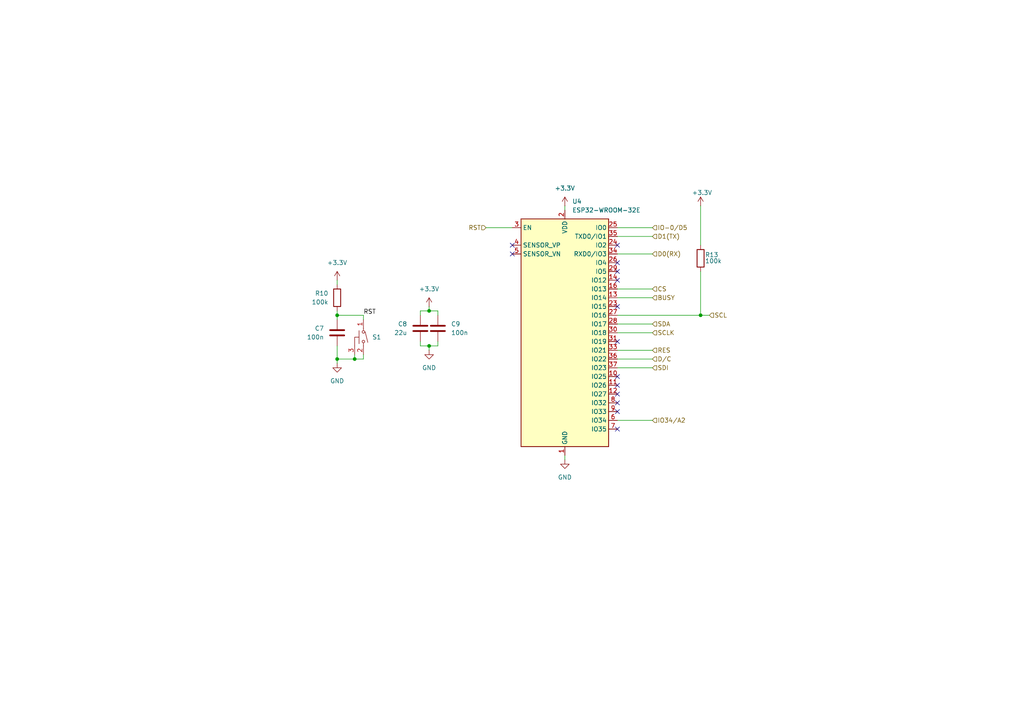
<source format=kicad_sch>
(kicad_sch (version 20250114) (generator "eeschema") (generator_version "9.0")
  (paper "A4")
  (title_block (title "ESP 32 weather ePaper display") (date "2025-02-26") (rev "V1"))
  (lib_symbols
    (symbol "0_local_lib:YTS1C0033BBG01" (pin_names (hide yes))
      (property "Reference" "S" (at 0 5.08 0))
      (property "Value" "YTS1C0033BBG01" (at 0 -7.62 0))
      (symbol "YTS1C0033BBG01_0_1"
        (polyline (pts (xy -2.03 0) (xy -2.54 0)))
        (polyline (pts (xy -1.52 0.51) (xy 1.52 1.27)))
        (circle (center -1.52 0) (radius 0.38))
        (circle (center 1.27 0) (radius 0.38))
        (polyline (pts (xy 1.78 0) (xy 2.54 0)))
        (polyline (pts (xy 2.54 -2.54) (xy 0 -2.54) (xy 0 -1.27) (xy -1.905 -1.27) (xy 1.905 -1.27)))
        (pin unspecified line (at -5.08 0 0) (length 2.54) (name "1") (number "1"))
        (pin unspecified line (at 5.08 0 180) (length 2.54) (name "2") (number "2"))
      )
      (symbol "YTS1C0033BBG01_1_1"
        (pin unspecified line (at 5.08 -2.54 180) (length 2.54) (name "4") (number "3"))
      )
    )
    (symbol "Device:C" (pin_numbers (hide yes)) (pin_names (offset 0.254))
      (property "Reference" "C" (at 0.635 2.54 0))
      (property "Value" "C" (at 0.635 -2.54 0))
      (symbol "C_0_1"
        (polyline (pts (xy -2.032 0.762) (xy 2.032 0.762)) (stroke (width 0.508)))
        (polyline (pts (xy -2.032 -0.762) (xy 2.032 -0.762)) (stroke (width 0.508)))
      )
      (symbol "C_1_1"
        (pin passive line (at 0 3.81 270) (length 2.794) (name "~") (number "1"))
        (pin passive line (at 0 -3.81 90) (length 2.794) (name "~") (number "2"))
      )
    )
    (symbol "Device:R" (pin_numbers (hide yes)) (pin_names (offset 0))
      (property "Reference" "R" (at 2.032 0 90))
      (property "Value" "R" (at 0 0 90))
      (symbol "R_0_1"
        (rectangle (start -1.016 -2.54) (end 1.016 2.54) (stroke (width 0.254)))
      )
      (symbol "R_1_1"
        (pin passive line (at 0 3.81 270) (length 1.27) (name "~") (number "1"))
        (pin passive line (at 0 -3.81 90) (length 1.27) (name "~") (number "2"))
      )
    )
    (symbol "RF_Module:ESP32-WROOM-32E"
      (property "Reference" "U" (at -12.7 34.29 0))
      (property "Value" "ESP32-WROOM-32E" (at 1.27 34.29 0))
      (symbol "ESP32-WROOM-32E_0_1"
        (rectangle (start -12.7 33.02) (end 12.7 -33.02) (stroke (width 0.254)) (fill (type background)))
      )
      (symbol "ESP32-WROOM-32E_1_1"
        (pin input line (at -15.24 30.48 0) (length 2.54) (name "EN") (number "3"))
        (pin input line (at -15.24 25.4 0) (length 2.54) (name "SENSOR_VP") (number "4"))
        (pin input line (at -15.24 22.86 0) (length 2.54) (name "SENSOR_VN") (number "5"))
        (pin no_connect line (at -12.7 0 0) (length 2.54) (hide yes) (name "NC") (number "21"))
        (pin no_connect line (at -12.7 -2.54 0) (length 2.54) (hide yes) (name "NC") (number "22"))
        (pin no_connect line (at -12.7 -5.08 0) (length 2.54) (hide yes) (name "NC") (number "17"))
        (pin no_connect line (at -12.7 -7.62 0) (length 2.54) (hide yes) (name "NC") (number "18"))
        (pin no_connect line (at -12.7 -10.16 0) (length 2.54) (hide yes) (name "NC") (number "20"))
        (pin no_connect line (at -12.7 -12.7 0) (length 2.54) (hide yes) (name "NC") (number "19"))
        (pin no_connect line (at -12.7 -27.94 0) (length 2.54) (hide yes) (name "NC") (number "32"))
        (pin power_in line (at 0 35.56 270) (length 2.54) (name "VDD") (number "2"))
        (pin power_in line (at 0 -35.56 90) (length 2.54) (name "GND") (number "1"))
        (pin passive line (at 0 -35.56 90) (length 2.54) (hide yes) (name "GND") (number "15"))
        (pin passive line (at 0 -35.56 90) (length 2.54) (hide yes) (name "GND") (number "38"))
        (pin passive line (at 0 -35.56 90) (length 2.54) (hide yes) (name "GND") (number "39"))
        (pin bidirectional line (at 15.24 30.48 180) (length 2.54) (name "IO0") (number "25"))
        (pin bidirectional line (at 15.24 27.94 180) (length 2.54) (name "TXD0/IO1") (number "35"))
        (pin bidirectional line (at 15.24 25.4 180) (length 2.54) (name "IO2") (number "24"))
        (pin bidirectional line (at 15.24 22.86 180) (length 2.54) (name "RXD0/IO3") (number "34"))
        (pin bidirectional line (at 15.24 20.32 180) (length 2.54) (name "IO4") (number "26"))
        (pin bidirectional line (at 15.24 17.78 180) (length 2.54) (name "IO5") (number "29"))
        (pin bidirectional line (at 15.24 15.24 180) (length 2.54) (name "IO12") (number "14"))
        (pin bidirectional line (at 15.24 12.7 180) (length 2.54) (name "IO13") (number "16"))
        (pin bidirectional line (at 15.24 10.16 180) (length 2.54) (name "IO14") (number "13"))
        (pin bidirectional line (at 15.24 7.62 180) (length 2.54) (name "IO15") (number "23"))
        (pin bidirectional line (at 15.24 5.08 180) (length 2.54) (name "IO16") (number "27"))
        (pin bidirectional line (at 15.24 2.54 180) (length 2.54) (name "IO17") (number "28"))
        (pin bidirectional line (at 15.24 0 180) (length 2.54) (name "IO18") (number "30"))
        (pin bidirectional line (at 15.24 -2.54 180) (length 2.54) (name "IO19") (number "31"))
        (pin bidirectional line (at 15.24 -5.08 180) (length 2.54) (name "IO21") (number "33"))
        (pin bidirectional line (at 15.24 -7.62 180) (length 2.54) (name "IO22") (number "36"))
        (pin bidirectional line (at 15.24 -10.16 180) (length 2.54) (name "IO23") (number "37"))
        (pin bidirectional line (at 15.24 -12.7 180) (length 2.54) (name "IO25") (number "10"))
        (pin bidirectional line (at 15.24 -15.24 180) (length 2.54) (name "IO26") (number "11"))
        (pin bidirectional line (at 15.24 -17.78 180) (length 2.54) (name "IO27") (number "12"))
        (pin bidirectional line (at 15.24 -20.32 180) (length 2.54) (name "IO32") (number "8"))
        (pin bidirectional line (at 15.24 -22.86 180) (length 2.54) (name "IO33") (number "9"))
        (pin input line (at 15.24 -25.4 180) (length 2.54) (name "IO34") (number "6"))
        (pin input line (at 15.24 -27.94 180) (length 2.54) (name "IO35") (number "7"))
      )
    )
    (symbol "power:+3.3V" (power) (pin_numbers (hide yes)) (pin_names (offset 0) (hide yes))
      (property "Value" "+3.3V" (at 0 3.556 0))
      (symbol "+3.3V_0_1"
        (polyline (pts (xy -0.762 1.27) (xy 0 2.54)))
        (polyline (pts (xy 0 2.54) (xy 0.762 1.27)))
        (polyline (pts (xy 0 0) (xy 0 2.54)))
      )
      (symbol "+3.3V_1_1"
        (pin power_in line (at 0 0 90) (length 0) (name "~") (number "1"))
      )
    )
    (symbol "power:GND" (power) (pin_numbers (hide yes)) (pin_names (offset 0) (hide yes))
      (property "Value" "GND" (at 0 -3.81 0))
      (symbol "GND_0_1"
        (polyline (pts (xy 0 0) (xy 0 -1.27) (xy 1.27 -1.27) (xy 0 -2.54) (xy -1.27 -1.27) (xy 0 -1.27)))
      )
      (symbol "GND_1_1"
        (pin power_in line (at 0 0 270) (length 0) (name "~") (number "1"))
      )
    )
  )
  (junction (at 203.2 91.44))
  (junction (at 97.79 91.44))
  (junction (at 97.79 104.14))
  (junction (at 124.46 100.33))
  (junction (at 124.46 90.17))
  (junction (at 102.87 104.14))
  (no_connect (at 179.07 109.22))
  (no_connect (at 179.07 78.74))
  (no_connect (at 179.07 99.06))
  (no_connect (at 179.07 124.46))
  (no_connect (at 179.07 116.84))
  (no_connect (at 179.07 114.3))
  (no_connect (at 179.07 81.28))
  (no_connect (at 148.59 71.12))
  (no_connect (at 179.07 88.9))
  (no_connect (at 179.07 111.76))
  (no_connect (at 148.59 73.66))
  (no_connect (at 179.07 71.12))
  (no_connect (at 179.07 76.2))
  (no_connect (at 179.07 119.38))
  (wire (pts (xy 127 91.44) (xy 127 90.17)))
  (wire (pts (xy 105.41 102.87) (xy 105.41 104.14)))
  (wire (pts (xy 124.46 90.17) (xy 121.92 90.17)))
  (wire (pts (xy 179.07 68.58) (xy 189.23 68.58)))
  (wire (pts (xy 179.07 83.82) (xy 189.23 83.82)))
  (wire (pts (xy 203.2 91.44) (xy 205.74 91.44)))
  (wire (pts (xy 179.07 93.98) (xy 189.23 93.98)))
  (wire (pts (xy 124.46 100.33) (xy 124.46 101.6)))
  (wire (pts (xy 179.07 66.04) (xy 189.23 66.04)))
  (wire (pts (xy 102.87 102.87) (xy 102.87 104.14)))
  (wire (pts (xy 97.79 81.28) (xy 97.79 82.55)))
  (wire (pts (xy 179.07 73.66) (xy 189.23 73.66)))
  (wire (pts (xy 124.46 90.17) (xy 127 90.17)))
  (wire (pts (xy 97.79 91.44) (xy 97.79 92.71)))
  (wire (pts (xy 179.07 106.68) (xy 189.23 106.68)))
  (wire (pts (xy 127 100.33) (xy 124.46 100.33)))
  (wire (pts (xy 179.07 96.52) (xy 189.23 96.52)))
  (wire (pts (xy 127 99.06) (xy 127 100.33)))
  (wire (pts (xy 97.79 90.17) (xy 97.79 91.44)))
  (wire (pts (xy 121.92 90.17) (xy 121.92 91.44)))
  (wire (pts (xy 179.07 104.14) (xy 189.23 104.14)))
  (wire (pts (xy 179.07 86.36) (xy 189.23 86.36)))
  (wire (pts (xy 179.07 101.6) (xy 189.23 101.6)))
  (wire (pts (xy 163.83 132.08) (xy 163.83 133.35)))
  (wire (pts (xy 163.83 59.69) (xy 163.83 60.96)))
  (wire (pts (xy 121.92 100.33) (xy 121.92 99.06)))
  (wire (pts (xy 203.2 59.69) (xy 203.2 71.12)))
  (wire (pts (xy 97.79 91.44) (xy 105.41 91.44)))
  (wire (pts (xy 179.07 121.92) (xy 189.23 121.92)))
  (wire (pts (xy 140.97 66.04) (xy 148.59 66.04)))
  (wire (pts (xy 97.79 100.33) (xy 97.79 104.14)))
  (wire (pts (xy 124.46 100.33) (xy 121.92 100.33)))
  (wire (pts (xy 124.46 88.9) (xy 124.46 90.17)))
  (wire (pts (xy 203.2 91.44) (xy 203.2 78.74)))
  (wire (pts (xy 179.07 91.44) (xy 203.2 91.44)))
  (wire (pts (xy 105.41 104.14) (xy 102.87 104.14)))
  (wire (pts (xy 97.79 105.41) (xy 97.79 104.14)))
  (wire (pts (xy 105.41 92.71) (xy 105.41 91.44)))
  (wire (pts (xy 102.87 104.14) (xy 97.79 104.14)))
  (label "RST" (at 105.41 91.44 0))
  (hierarchical_label "CS" (shape input) (at 189.23 83.82 0))
  (hierarchical_label "RES" (shape input) (at 189.23 101.6 0))
  (hierarchical_label "BUSY" (shape input) (at 189.23 86.36 0))
  (hierarchical_label "D0(RX)" (shape input) (at 189.23 73.66 0))
  (hierarchical_label "SCL" (shape input) (at 205.74 91.44 0))
  (hierarchical_label "D1(TX)" (shape input) (at 189.23 68.58 0))
  (hierarchical_label "RST" (shape input) (at 140.97 66.04 180))
  (hierarchical_label "IO-0{slash}D5" (shape input) (at 189.23 66.04 0))
  (hierarchical_label "D{slash}C" (shape input) (at 189.23 104.14 0))
  (hierarchical_label "SDI" (shape input) (at 189.23 106.68 0))
  (hierarchical_label "SCLK" (shape input) (at 189.23 96.52 0))
  (hierarchical_label "IO34{slash}A2" (shape input) (at 189.23 121.92 0))
  (hierarchical_label "SDA" (shape input) (at 189.23 93.98 0))
  (symbol (lib_id "power:GND") (at 97.79 105.41 0) (unit 1)
    (property "Reference" "#PWR031" (effects (hide yes)))
    (property "Value" "GND" (at 97.79 110.49 0))
    (property "Description" "Power symbol creates a global label with name \"GND\" , ground" (effects (hide yes)))
  )
  (symbol (lib_id "Device:R") (at 97.79 86.36 0) (mirror x) (unit 1)
    (property "Reference" "R10" (at 95.25 85.0899 0) (effects (justify right)))
    (property "Value" "100k" (at 95.25 87.6299 0) (effects (justify right)))
    (property "Footprint" "Resistor_SMD:R_0603_1608Metric" (effects (hide yes)))
    (property "Description" "Resistor" (effects (hide yes)))
    (property "LCSC Part" "C25803" (effects (hide yes)))
  )
  (symbol (lib_id "Device:C") (at 121.92 95.25 0) (mirror x) (unit 1)
    (property "Reference" "C8" (at 118.11 93.9799 0) (effects (justify right)))
    (property "Value" "22u" (at 118.11 96.5199 0) (effects (justify right)))
    (property "Footprint" "Capacitor_SMD:C_0603_1608Metric" (effects (hide yes)))
    (property "Description" "Unpolarized capacitor" (effects (hide yes)))
    (property "LCSC Part" "C59461" (effects (hide yes)))
  )
  (symbol (lib_id "power:GND") (at 163.83 133.35 0) (unit 1)
    (property "Reference" "#PWR028" (effects (hide yes)))
    (property "Value" "GND" (at 163.83 138.43 0))
    (property "Description" "Power symbol creates a global label with name \"GND\" , ground" (effects (hide yes)))
  )
  (symbol (lib_id "power:+3.3V") (at 163.83 59.69 0) (unit 1)
    (property "Reference" "#PWR029" (effects (hide yes)))
    (property "Value" "+3.3V" (at 163.83 54.61 0))
    (property "Description" "Power symbol creates a global label with name \"+3.3V\"" (effects (hide yes)))
  )
  (symbol (lib_id "0_local_lib:YTS1C0033BBG01") (at 105.41 97.79 270) (unit 1)
    (property "Reference" "S1" (at 107.95 97.7899 90) (effects (justify left)))
    (property "Value" "YTS1C0033BBG01" (effects (hide yes)))
    (property "Footprint" "0_local_lib:SW-SMD_YIYUAN_YTS1C003XXX" (effects (hide yes)))
    (property "LCSC Part" "C5188566" (effects (hide yes)))
  )
  (symbol (lib_id "Device:C") (at 97.79 96.52 0) (mirror y) (unit 1)
    (property "Reference" "C7" (at 93.98 95.2499 0) (effects (justify left)))
    (property "Value" "100n" (at 93.98 97.7899 0) (effects (justify left)))
    (property "Footprint" "Capacitor_SMD:C_0603_1608Metric" (effects (hide yes)))
    (property "Description" "Unpolarized capacitor" (effects (hide yes)))
    (property "LCSC Part" "C14663 " (effects (hide yes)))
  )
  (symbol (lib_id "power:GND") (at 124.46 101.6 0) (mirror y) (unit 1)
    (property "Reference" "#PWR034" (effects (hide yes)))
    (property "Value" "GND" (at 124.46 106.68 0))
    (property "Description" "Power symbol creates a global label with name \"GND\" , ground" (effects (hide yes)))
  )
  (symbol (lib_id "Device:R") (at 203.2 74.93 0) (mirror y) (unit 1)
    (property "Reference" "R13" (at 204.47 73.914 0) (effects (justify right)))
    (property "Value" "100k" (at 204.47 75.692 0) (effects (justify right)))
    (property "Footprint" "Resistor_SMD:R_0603_1608Metric" (effects (hide yes)))
    (property "Description" "Resistor" (effects (hide yes)))
    (property "LCSC Part" "C25803" (effects (hide yes)))
  )
  (symbol (lib_id "RF_Module:ESP32-WROOM-32E") (at 163.83 96.52 0) (unit 1)
    (property "Reference" "U4" (at 165.9733 58.42 0) (effects (justify left)))
    (property "Value" "ESP32-WROOM-32E" (at 165.9733 60.96 0) (effects (justify left)))
    (property "Footprint" "RF_Module:ESP32-WROOM-32D" (effects (hide yes)))
    (property "Datasheet" "https://www.espressif.com/sites/default/files/documentation/esp32-wroom-32e_esp32-wroom-32ue_datasheet_en.pdf" (effects (hide yes)))
    (property "Description" "RF Module, ESP32-D0WD-V3 SoC, without PSRAM, Wi-Fi 802.11b/g/n, Bluetooth, BLE, 32-bit, 2.7-3.6V, onboard antenna, SMD" (effects (hide yes)))
    (property "LCSC Part" "C701341" (effects (hide yes)))
  )
  (symbol (lib_id "power:+3.3V") (at 203.2 59.69 0) (unit 1)
    (property "Reference" "#PWR035" (effects (hide yes)))
    (property "Value" "+3.3V" (at 200.66 55.88 0) (effects (justify left)))
    (property "Description" "Power symbol creates a global label with name \"+3.3V\"" (effects (hide yes)))
  )
  (symbol (lib_id "power:+3.3V") (at 97.79 81.28 0) (unit 1)
    (property "Reference" "#PWR030" (effects (hide yes)))
    (property "Value" "+3.3V" (at 97.79 76.2 0))
    (property "Description" "Power symbol creates a global label with name \"+3.3V\"" (effects (hide yes)))
  )
  (symbol (lib_id "power:+3.3V") (at 124.46 88.9 0) (unit 1)
    (property "Reference" "#PWR036" (effects (hide yes)))
    (property "Value" "+3.3V" (at 124.46 83.82 0))
    (property "Description" "Power symbol creates a global label with name \"+3.3V\"" (effects (hide yes)))
  )
  (symbol (lib_id "Device:C") (at 127 95.25 180) (unit 1)
    (property "Reference" "C9" (at 130.81 93.9799 0) (effects (justify right)))
    (property "Value" "100n" (at 130.81 96.5199 0) (effects (justify right)))
    (property "Footprint" "Capacitor_SMD:C_0603_1608Metric" (effects (hide yes)))
    (property "Description" "Unpolarized capacitor" (effects (hide yes)))
    (property "LCSC Part" "C14663 " (effects (hide yes)))
  )
)
</source>
